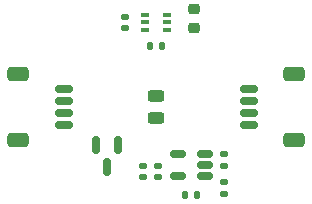
<source format=gtp>
%TF.GenerationSoftware,KiCad,Pcbnew,7.0.8-7.0.8~ubuntu22.04.1*%
%TF.CreationDate,2024-01-30T19:57:23-08:00*%
%TF.ProjectId,385nm_16mA,3338356e-6d5f-4313-966d-412e6b696361,rev?*%
%TF.SameCoordinates,Original*%
%TF.FileFunction,Paste,Top*%
%TF.FilePolarity,Positive*%
%FSLAX46Y46*%
G04 Gerber Fmt 4.6, Leading zero omitted, Abs format (unit mm)*
G04 Created by KiCad (PCBNEW 7.0.8-7.0.8~ubuntu22.04.1) date 2024-01-30 19:57:23*
%MOMM*%
%LPD*%
G01*
G04 APERTURE LIST*
G04 Aperture macros list*
%AMRoundRect*
0 Rectangle with rounded corners*
0 $1 Rounding radius*
0 $2 $3 $4 $5 $6 $7 $8 $9 X,Y pos of 4 corners*
0 Add a 4 corners polygon primitive as box body*
4,1,4,$2,$3,$4,$5,$6,$7,$8,$9,$2,$3,0*
0 Add four circle primitives for the rounded corners*
1,1,$1+$1,$2,$3*
1,1,$1+$1,$4,$5*
1,1,$1+$1,$6,$7*
1,1,$1+$1,$8,$9*
0 Add four rect primitives between the rounded corners*
20,1,$1+$1,$2,$3,$4,$5,0*
20,1,$1+$1,$4,$5,$6,$7,0*
20,1,$1+$1,$6,$7,$8,$9,0*
20,1,$1+$1,$8,$9,$2,$3,0*%
G04 Aperture macros list end*
%ADD10RoundRect,0.243750X-0.456250X0.243750X-0.456250X-0.243750X0.456250X-0.243750X0.456250X0.243750X0*%
%ADD11RoundRect,0.150000X-0.625000X0.150000X-0.625000X-0.150000X0.625000X-0.150000X0.625000X0.150000X0*%
%ADD12RoundRect,0.250000X-0.650000X0.350000X-0.650000X-0.350000X0.650000X-0.350000X0.650000X0.350000X0*%
%ADD13RoundRect,0.150000X0.625000X-0.150000X0.625000X0.150000X-0.625000X0.150000X-0.625000X-0.150000X0*%
%ADD14RoundRect,0.250000X0.650000X-0.350000X0.650000X0.350000X-0.650000X0.350000X-0.650000X-0.350000X0*%
%ADD15RoundRect,0.135000X-0.185000X0.135000X-0.185000X-0.135000X0.185000X-0.135000X0.185000X0.135000X0*%
%ADD16RoundRect,0.150000X0.512500X0.150000X-0.512500X0.150000X-0.512500X-0.150000X0.512500X-0.150000X0*%
%ADD17RoundRect,0.140000X0.170000X-0.140000X0.170000X0.140000X-0.170000X0.140000X-0.170000X-0.140000X0*%
%ADD18RoundRect,0.135000X0.185000X-0.135000X0.185000X0.135000X-0.185000X0.135000X-0.185000X-0.135000X0*%
%ADD19RoundRect,0.218750X-0.256250X0.218750X-0.256250X-0.218750X0.256250X-0.218750X0.256250X0.218750X0*%
%ADD20RoundRect,0.135000X-0.135000X-0.185000X0.135000X-0.185000X0.135000X0.185000X-0.135000X0.185000X0*%
%ADD21R,0.650000X0.400000*%
%ADD22RoundRect,0.150000X-0.150000X0.587500X-0.150000X-0.587500X0.150000X-0.587500X0.150000X0.587500X0*%
%ADD23RoundRect,0.140000X-0.140000X-0.170000X0.140000X-0.170000X0.140000X0.170000X-0.140000X0.170000X0*%
G04 APERTURE END LIST*
D10*
%TO.C,D1*%
X62700000Y-59062500D03*
X62700000Y-60937500D03*
%TD*%
D11*
%TO.C,J1*%
X54880000Y-58500000D03*
X54880000Y-59500000D03*
X54880000Y-60500000D03*
X54880000Y-61500000D03*
D12*
X51005000Y-57200000D03*
X51005000Y-62800000D03*
%TD*%
D13*
%TO.C,J2*%
X70520000Y-61500000D03*
X70520000Y-60500000D03*
X70520000Y-59500000D03*
X70520000Y-58500000D03*
D14*
X74395000Y-62800000D03*
X74395000Y-57200000D03*
%TD*%
D15*
%TO.C,R1*%
X68427600Y-63982600D03*
X68427600Y-65002600D03*
%TD*%
D16*
%TO.C,U2*%
X66795200Y-65881000D03*
X66795200Y-64931000D03*
X66795200Y-63981000D03*
X64520200Y-63981000D03*
X64520200Y-65881000D03*
%TD*%
D17*
%TO.C,C3*%
X62845200Y-65936000D03*
X62845200Y-64976000D03*
%TD*%
D18*
%TO.C,R3*%
X68427600Y-67360800D03*
X68427600Y-66340800D03*
%TD*%
D19*
%TO.C,L1*%
X65862200Y-51739700D03*
X65862200Y-53314700D03*
%TD*%
D20*
%TO.C,R2*%
X65150200Y-67481000D03*
X66170200Y-67481000D03*
%TD*%
D17*
%TO.C,C1*%
X60071000Y-53312000D03*
X60071000Y-52352000D03*
%TD*%
D21*
%TO.C,U1*%
X61727000Y-52197000D03*
X61727000Y-52847000D03*
X61727000Y-53497000D03*
X63627000Y-53497000D03*
X63627000Y-52847000D03*
X63627000Y-52197000D03*
%TD*%
D17*
%TO.C,C4*%
X61620200Y-65941000D03*
X61620200Y-64981000D03*
%TD*%
D22*
%TO.C,Q1*%
X59500000Y-63225000D03*
X57600000Y-63225000D03*
X58550000Y-65100000D03*
%TD*%
D23*
%TO.C,C2*%
X62209800Y-54864000D03*
X63169800Y-54864000D03*
%TD*%
M02*

</source>
